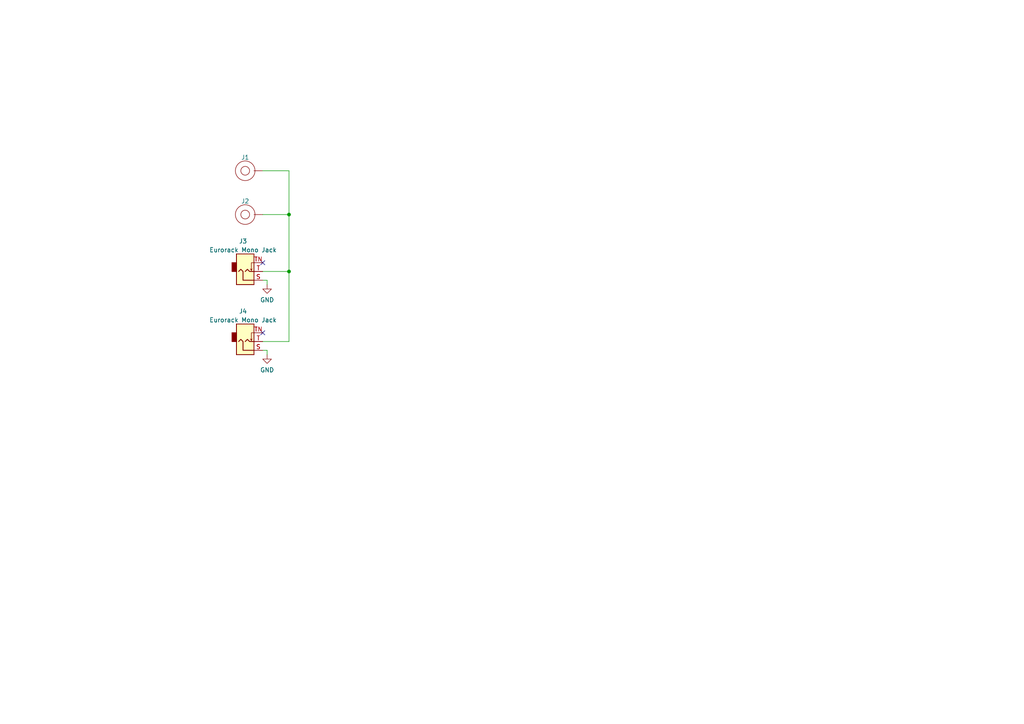
<source format=kicad_sch>
(kicad_sch (version 20211123) (generator eeschema)
  (paper "A4")
  (title_block (comment 2 "creativecommons.org/licenses/by/4.0/") (comment 3 "License: CC BY 4.0") (comment 4 "Author: Guy John"))
  (lib_symbols
    (symbol "BananaJacks:Banana Socket PanelMount" (pin_numbers hide) (pin_names (offset 1.016) hide)
      (property "Reference" "J" (at 0 3.81 0))
      (symbol "Banana Socket PanelMount_0_1"
        (circle (center 0 0) (radius 1.27))
        (circle (center 0 0) (radius 2.8448))
      )
      (symbol "Banana Socket PanelMount_1_1"
        (pin bidirectional line (at 5.08 0 180) (length 2.54) (name "~") (number "1"))
      )
    )
    (symbol "Eurorack_Hardware:Eurorack Mono Jack" (pin_names hide)
      (property "Reference" "J" (at 3.302 -4.064 0))
      (property "Value" "Eurorack Mono Jack" (at 0 5.08 0))
      (symbol "Eurorack Mono Jack_0_1"
        (rectangle (start -2.54 -5.08) (end 2.54 3.81) (stroke (width 0.254)) (fill (type background)))
        (polyline (pts (xy -1.778 -1.016) (xy -2.032 -0.508)))
        (polyline (pts (xy -2.54 1.27) (xy -1.778 1.27) (xy -1.778 -1.016) (xy -1.524 -0.508)))
        (polyline (pts (xy 0 -1.27) (xy -0.635 -0.635) (xy -1.27 -1.27) (xy -2.54 -1.27)) (stroke (width 0.254)))
        (polyline (pts (xy -2.54 -3.81) (xy 0.635 -3.81) (xy 0.635 -1.27) (xy 1.27 -0.635) (xy 1.905 -1.27)) (stroke (width 0.254)))
        (rectangle (start 2.54 -1.27) (end 3.81 1.27) (stroke (width 0.254)) (fill (type outline)))
      )
      (symbol "Eurorack Mono Jack_1_1"
        (pin passive line (at -5.08 -3.81 0) (length 2.54) (name "Sleeve") (number "S"))
        (pin passive line (at -5.08 -1.27 0) (length 2.54) (name "Tip") (number "T"))
        (pin passive line (at -5.08 1.27 0) (length 2.54) (name "Tip_normalize") (number "TN"))
      )
    )
    (symbol "power:GND" (power) (pin_names (offset 0))
      (property "Value" "GND" (at 0 -3.81 0))
      (symbol "GND_0_1"
        (polyline (pts (xy 0 0) (xy 0 -1.27) (xy 1.27 -1.27) (xy 0 -2.54) (xy -1.27 -1.27) (xy 0 -1.27)))
      )
      (symbol "GND_1_1"
        (pin power_in line (at 0 0 270) (length 0) hide (name "GND") (number "1"))
      )
    )
  )
  (junction (at 83.82 78.74))
  (junction (at 83.82 62.23))
  (no_connect (at 76.2 76.2))
  (no_connect (at 76.2 96.52))
  (wire (pts (xy 77.47 81.28) (xy 77.47 82.55)))
  (wire (pts (xy 83.82 78.74) (xy 83.82 99.06)))
  (wire (pts (xy 83.82 78.74) (xy 83.82 62.23)))
  (wire (pts (xy 76.2 78.74) (xy 83.82 78.74)))
  (wire (pts (xy 83.82 49.53) (xy 76.2 49.53)))
  (wire (pts (xy 76.2 101.6) (xy 77.47 101.6)))
  (wire (pts (xy 76.2 81.28) (xy 77.47 81.28)))
  (wire (pts (xy 76.2 99.06) (xy 83.82 99.06)))
  (wire (pts (xy 83.82 62.23) (xy 83.82 49.53)))
  (wire (pts (xy 77.47 101.6) (xy 77.47 102.87)))
  (wire (pts (xy 76.2 62.23) (xy 83.82 62.23)))
  (symbol (lib_id "BananaJacks:Banana Socket PanelMount") (at 71.12 49.53 0) (unit 1)
    (property "Reference" "J1" (at 71.12 45.6494 0))
    (property "Value" "Banana Socket PanelMount" (effects hide))
    (property "Footprint" "rumblesan-standard-parts:BananaJack_THT_JohnsonCinch_108-09" (effects hide))
  )
  (symbol (lib_id "Eurorack_Hardware:Eurorack Mono Jack") (at 71.12 97.79 0) (mirror y) (unit 1)
    (property "Reference" "J4" (at 70.485 90.2802 0))
    (property "Value" "Eurorack Mono Jack" (at 70.485 92.8171 0))
    (property "Footprint" "rumblesan-standard-parts:Jack_3.5mm_QingPu_WQP-PJ398SM_Vertical" (effects hide))
    (property "Datasheet" "http://www.qingpu-electronics.com/en/products/WQP-PJ398SM-362.html" (effects hide))
    (property "mpn" "WQP-WQP518MA" (effects hide))
  )
  (symbol (lib_id "Eurorack_Hardware:Eurorack Mono Jack") (at 71.12 77.47 0) (mirror y) (unit 1)
    (property "Reference" "J3" (at 70.485 69.9602 0))
    (property "Value" "Eurorack Mono Jack" (at 70.485 72.4971 0))
    (property "Footprint" "rumblesan-standard-parts:monojack-banana-combo" (effects hide))
    (property "Datasheet" "http://www.qingpu-electronics.com/en/products/WQP-PJ398SM-362.html" (effects hide))
    (property "mpn" "WQP-WQP518MA" (effects hide))
  )
  (symbol (lib_id "BananaJacks:Banana Socket PanelMount") (at 71.12 62.23 0) (unit 1)
    (property "Reference" "J2" (at 71.12 58.3494 0))
    (property "Value" "Banana Socket PanelMount" (effects hide))
    (property "Footprint" "rumblesan-standard-parts:monojack-banana-combo" (effects hide))
  )
  (symbol (lib_id "power:GND") (at 77.47 82.55 0) (unit 1)
    (property "Reference" "#PWR01" (effects hide))
    (property "Value" "GND" (at 77.47 86.9934 0))
  )
  (symbol (lib_id "power:GND") (at 77.47 102.87 0) (unit 1)
    (property "Reference" "#PWR02" (effects hide))
    (property "Value" "GND" (at 77.47 107.3134 0))
  )
)
</source>
